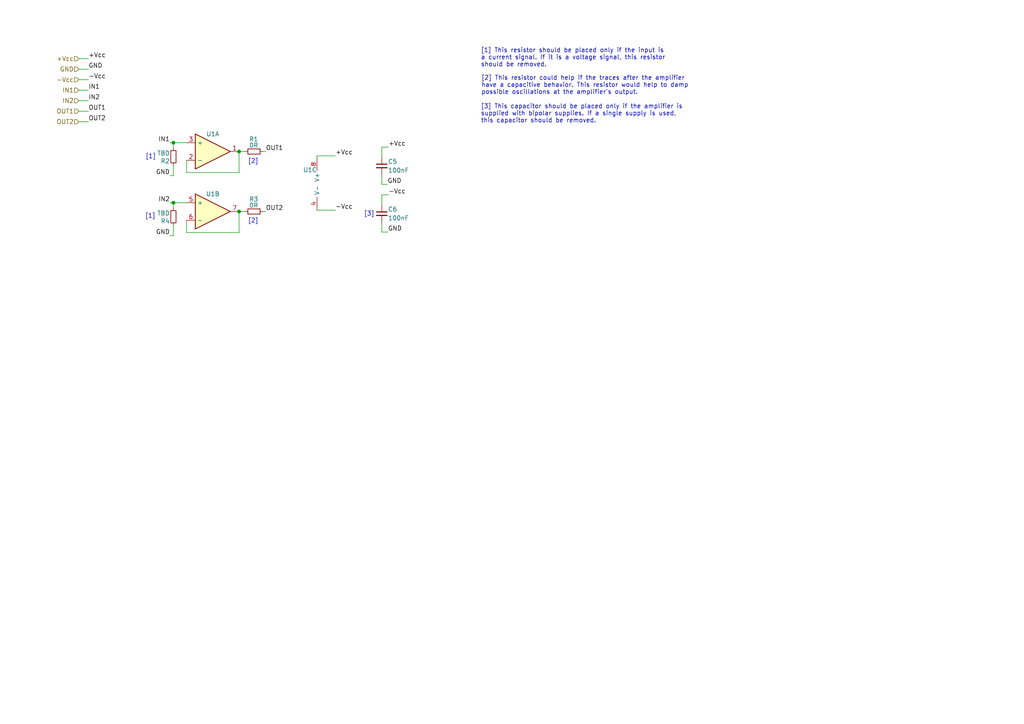
<source format=kicad_sch>
(kicad_sch (version 20211123) (generator eeschema)
  (paper "A4")
  (lib_symbols
    (symbol "Device:C_Small" (pin_numbers hide) (pin_names (offset 0.254) hide)
      (property "Reference" "C" (at 0.254 1.778 0))
      (property "Value" "C_Small" (at 0.254 -2.032 0))
      (symbol "C_Small_0_1"
        (polyline (pts (xy -1.524 -0.508) (xy 1.524 -0.508)) (stroke (width 0.3302)))
        (polyline (pts (xy -1.524 0.508) (xy 1.524 0.508)) (stroke (width 0.3048)))
      )
      (symbol "C_Small_1_1"
        (pin passive line (at 0 2.54 270) (length 2.032) (name "~") (number "1"))
        (pin passive line (at 0 -2.54 90) (length 2.032) (name "~") (number "2"))
      )
    )
    (symbol "Device:Opamp_Dual"
      (property "Reference" "U" (at 0 5.08 0))
      (property "Value" "Opamp_Dual" (at 0 -5.08 0))
      (symbol "Opamp_Dual_1_1"
        (polyline (pts (xy -5.08 5.08) (xy 5.08 0) (xy -5.08 -5.08) (xy -5.08 5.08)) (stroke (width 0.254)) (fill (type background)))
        (pin output line (at 7.62 0 180) (length 2.54) (name "~") (number "1"))
        (pin input line (at -7.62 -2.54 0) (length 2.54) (name "-") (number "2"))
        (pin input line (at -7.62 2.54 0) (length 2.54) (name "+") (number "3"))
      )
      (symbol "Opamp_Dual_2_1"
        (polyline (pts (xy -5.08 5.08) (xy 5.08 0) (xy -5.08 -5.08) (xy -5.08 5.08)) (stroke (width 0.254)) (fill (type background)))
        (pin input line (at -7.62 2.54 0) (length 2.54) (name "+") (number "5"))
        (pin input line (at -7.62 -2.54 0) (length 2.54) (name "-") (number "6"))
        (pin output line (at 7.62 0 180) (length 2.54) (name "~") (number "7"))
      )
      (symbol "Opamp_Dual_3_1"
        (pin power_in line (at -2.54 -7.62 90) (length 3.81) (name "V-") (number "4"))
        (pin power_in line (at -2.54 7.62 270) (length 3.81) (name "V+") (number "8"))
      )
    )
    (symbol "Device:R_Small" (pin_numbers hide) (pin_names (offset 0.254) hide)
      (property "Reference" "R" (at 0.762 0.508 0))
      (property "Value" "R_Small" (at 0.762 -1.016 0))
      (symbol "R_Small_0_1"
        (rectangle (start -0.762 1.778) (end 0.762 -1.778) (stroke (width 0.2032)))
      )
      (symbol "R_Small_1_1"
        (pin passive line (at 0 2.54 270) (length 0.762) (name "~") (number "1"))
        (pin passive line (at 0 -2.54 90) (length 0.762) (name "~") (number "2"))
      )
    )
  )
  (junction (at 69.342 43.942))
  (junction (at 50.292 41.402))
  (junction (at 69.342 61.341))
  (junction (at 50.292 58.801))
  (wire (pts (xy 112.649 42.672) (xy 110.744 42.672)))
  (wire (pts (xy 112.649 56.515) (xy 110.744 56.515)))
  (wire (pts (xy 69.342 67.437) (xy 69.342 61.341)))
  (wire (pts (xy 49.276 41.402) (xy 50.292 41.402)))
  (wire (pts (xy 50.292 65.405) (xy 50.292 68.326)))
  (wire (pts (xy 76.2 61.341) (xy 77.089 61.341)))
  (wire (pts (xy 110.744 56.515) (xy 110.744 59.436)))
  (wire (pts (xy 110.744 64.516) (xy 110.744 67.31)))
  (wire (pts (xy 110.744 53.467) (xy 112.395 53.467)))
  (wire (pts (xy 50.292 41.402) (xy 50.292 42.926)))
  (wire (pts (xy 69.342 50.038) (xy 69.342 43.942)))
  (wire (pts (xy 22.86 26.162) (xy 25.654 26.162)))
  (wire (pts (xy 49.276 58.801) (xy 50.292 58.801)))
  (wire (pts (xy 50.292 48.006) (xy 50.292 50.927)))
  (wire (pts (xy 110.744 42.672) (xy 110.744 45.593)))
  (wire (pts (xy 49.276 68.326) (xy 50.292 68.326)))
  (wire (pts (xy 69.342 61.341) (xy 71.12 61.341)))
  (wire (pts (xy 54.102 50.038) (xy 69.342 50.038)))
  (wire (pts (xy 54.102 67.437) (xy 54.102 63.881)))
  (wire (pts (xy 22.86 20.066) (xy 25.654 20.066)))
  (wire (pts (xy 22.86 32.258) (xy 25.654 32.258)))
  (wire (pts (xy 50.292 41.402) (xy 54.102 41.402)))
  (wire (pts (xy 49.276 50.927) (xy 50.292 50.927)))
  (wire (pts (xy 22.86 23.114) (xy 25.654 23.114)))
  (wire (pts (xy 50.292 58.801) (xy 54.102 58.801)))
  (wire (pts (xy 76.2 43.942) (xy 77.089 43.942)))
  (wire (pts (xy 22.86 35.306) (xy 25.654 35.306)))
  (wire (pts (xy 91.948 45.72) (xy 91.948 45.212)))
  (wire (pts (xy 91.948 45.212) (xy 97.282 45.212)))
  (wire (pts (xy 69.342 43.942) (xy 71.12 43.942)))
  (wire (pts (xy 22.86 17.018) (xy 25.654 17.018)))
  (wire (pts (xy 54.102 67.437) (xy 69.342 67.437)))
  (wire (pts (xy 91.948 60.96) (xy 97.282 60.96)))
  (wire (pts (xy 54.102 50.038) (xy 54.102 46.482)))
  (wire (pts (xy 22.86 29.21) (xy 25.654 29.21)))
  (wire (pts (xy 110.744 67.31) (xy 112.522 67.31)))
  (wire (pts (xy 50.292 58.801) (xy 50.292 60.325)))
  (wire (pts (xy 110.744 50.673) (xy 110.744 53.467)))
  (text "[2]" (at 71.882 47.625 0) (effects (font (size 1.27 1.27)) (justify left bottom)))
  (text "[2]" (at 71.882 64.897 0) (effects (font (size 1.27 1.27)) (justify left bottom)))
  (text "[1]" (at 42.164 46.228 0) (effects (font (size 1.27 1.27)) (justify left bottom)))
  (text "[1]" (at 42.037 63.5 0) (effects (font (size 1.27 1.27)) (justify left bottom)))
  (text "[2] This resistor could help if the traces after the amplifier\nhave a capacitive behavior. This resistor would help to damp\npossible oscillations at the amplifier's output." (at 139.573 27.559 0) (effects (font (size 1.27 1.27)) (justify left bottom)))
  (text "[1] This resistor should be placed only if the input is\na current signal. If it is a voltage signal, this resistor\nshould be removed." (at 139.446 19.558 0) (effects (font (size 1.27 1.27)) (justify left bottom)))
  (text "[3] This capacitor should be placed only if the amplifier is\nsupplied with bipolar supplies. If a single supply is used,\nthis capacitor should be removed." (at 139.446 35.814 0) (effects (font (size 1.27 1.27)) (justify left bottom)))
  (text "[3]" (at 105.537 62.865 0) (effects (font (size 1.27 1.27)) (justify left bottom)))
  (label "OUT1" (at 77.089 43.942 0))
  (label "IN1" (at 25.654 26.162 0))
  (label "GND" (at 49.276 68.326 180))
  (label "IN2" (at 25.654 29.21 0))
  (label "OUT1" (at 25.654 32.258 0))
  (label "GND" (at 49.276 50.927 180))
  (label "IN1" (at 49.276 41.402 180))
  (label "GND" (at 112.522 67.31 0))
  (label "+Vcc" (at 112.649 42.672 0))
  (label "+Vcc" (at 25.654 17.018 0))
  (label "-Vcc" (at 25.654 23.114 0))
  (label "OUT2" (at 25.654 35.306 0))
  (label "-Vcc" (at 112.649 56.515 0))
  (label "GND" (at 112.395 53.467 0))
  (label "+Vcc" (at 97.282 45.212 0))
  (label "OUT2" (at 77.089 61.341 0))
  (label "-Vcc" (at 97.282 60.96 0))
  (label "GND" (at 25.654 20.066 0))
  (label "IN2" (at 49.276 58.801 180))
  (hierarchical_label "IN1" (shape input) (at 22.86 26.162 180))
  (hierarchical_label "+Vcc" (shape input) (at 22.86 17.018 180))
  (hierarchical_label "IN2" (shape input) (at 22.86 29.21 180))
  (hierarchical_label "-Vcc" (shape input) (at 22.86 23.114 180))
  (hierarchical_label "OUT1" (shape input) (at 22.86 32.258 180))
  (hierarchical_label "GND" (shape input) (at 22.86 20.066 180))
  (hierarchical_label "OUT2" (shape input) (at 22.86 35.306 180))
  (symbol (lib_id "Device:Opamp_Dual") (at 61.722 43.942 0) (unit 1)
    (property "Reference" "U1" (at 61.722 38.862 0))
    (property "Value" "Opamp_Dual" (effects hide))
    (property "Footprint" "Package_SO:SOIC-8_3.9x4.9mm_P1.27mm" (effects hide))
  )
  (symbol (lib_id "Device:C_Small") (at 110.744 61.976 0) (unit 1)
    (property "Reference" "C6" (at 112.522 60.706 0) (effects (justify left)))
    (property "Value" "100nF" (at 112.522 63.246 0) (effects (justify left)))
    (property "Footprint" "Capacitor_SMD:C_0805_2012Metric" (effects hide))
  )
  (symbol (lib_id "Device:Opamp_Dual") (at 94.488 53.34 0) (unit 3)
    (property "Reference" "U1" (at 87.884 49.276 0) (effects (justify left)))
    (property "Value" "Opamp_Dual" (effects hide))
    (property "Footprint" "Package_SO:SOIC-8_3.9x4.9mm_P1.27mm" (effects hide))
  )
  (symbol (lib_id "Device:Opamp_Dual") (at 61.722 61.341 0) (unit 2)
    (property "Reference" "U1" (at 61.722 56.261 0))
    (property "Value" "Opamp_Dual" (effects hide))
    (property "Footprint" "Package_SO:SOIC-8_3.9x4.9mm_P1.27mm" (effects hide))
  )
  (symbol (lib_id "Device:R_Small") (at 50.292 62.865 180) (unit 1)
    (property "Reference" "R4" (at 49.276 64.135 0) (effects (justify left)))
    (property "Value" "TBD" (at 49.276 61.849 0) (effects (justify left)))
    (property "Footprint" "Resistor_SMD:R_0805_2012Metric" (effects hide))
  )
  (symbol (lib_id "Device:C_Small") (at 110.744 48.133 0) (unit 1)
    (property "Reference" "C5" (at 112.522 46.863 0) (effects (justify left)))
    (property "Value" "100nF" (at 112.522 49.403 0) (effects (justify left)))
    (property "Footprint" "Capacitor_SMD:C_0805_2012Metric" (effects hide))
  )
  (symbol (lib_id "Device:R_Small") (at 73.66 43.942 90) (mirror x) (unit 1)
    (property "Reference" "R1" (at 74.93 40.386 90) (effects (justify left)))
    (property "Value" "0R" (at 74.93 42.164 90) (effects (justify left)))
    (property "Footprint" "Resistor_SMD:R_0805_2012Metric" (effects hide))
  )
  (symbol (lib_id "Device:R_Small") (at 73.66 61.341 90) (mirror x) (unit 1)
    (property "Reference" "R3" (at 74.93 57.785 90) (effects (justify left)))
    (property "Value" "0R" (at 74.93 59.563 90) (effects (justify left)))
    (property "Footprint" "Resistor_SMD:R_0805_2012Metric" (effects hide))
  )
  (symbol (lib_id "Device:R_Small") (at 50.292 45.466 180) (unit 1)
    (property "Reference" "R2" (at 49.276 46.736 0) (effects (justify left)))
    (property "Value" "TBD" (at 49.276 44.45 0) (effects (justify left)))
    (property "Footprint" "Resistor_SMD:R_0805_2012Metric" (effects hide))
  )
)
</source>
